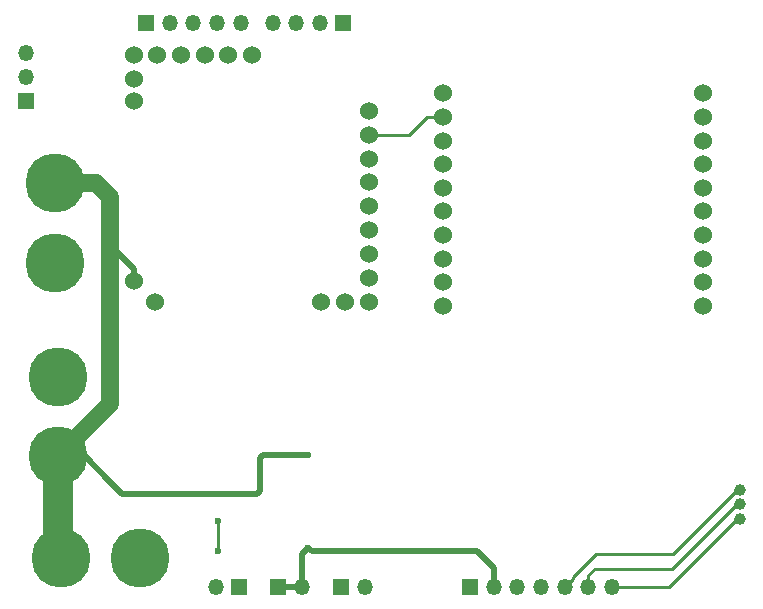
<source format=gbr>
G04 #@! TF.GenerationSoftware,KiCad,Pcbnew,5.0.0-rc3-unknown-3e22e5c~65~ubuntu16.04.1*
G04 #@! TF.CreationDate,2018-07-12T16:40:26-04:00*
G04 #@! TF.ProjectId,Phoenix_schema_ver3,50686F656E69785F736368656D615F76,rev?*
G04 #@! TF.SameCoordinates,Original*
G04 #@! TF.FileFunction,Copper,L2,Bot,Signal*
G04 #@! TF.FilePolarity,Positive*
%FSLAX46Y46*%
G04 Gerber Fmt 4.6, Leading zero omitted, Abs format (unit mm)*
G04 Created by KiCad (PCBNEW 5.0.0-rc3-unknown-3e22e5c~65~ubuntu16.04.1) date Thu Jul 12 16:40:26 2018*
%MOMM*%
%LPD*%
G01*
G04 APERTURE LIST*
G04 #@! TA.AperFunction,ComponentPad*
%ADD10C,1.524000*%
G04 #@! TD*
G04 #@! TA.AperFunction,ComponentPad*
%ADD11O,1.350000X1.350000*%
G04 #@! TD*
G04 #@! TA.AperFunction,ComponentPad*
%ADD12R,1.350000X1.350000*%
G04 #@! TD*
G04 #@! TA.AperFunction,ComponentPad*
%ADD13C,1.000000*%
G04 #@! TD*
G04 #@! TA.AperFunction,ComponentPad*
%ADD14C,5.000000*%
G04 #@! TD*
G04 #@! TA.AperFunction,ViaPad*
%ADD15C,0.600000*%
G04 #@! TD*
G04 #@! TA.AperFunction,Conductor*
%ADD16C,0.250000*%
G04 #@! TD*
G04 #@! TA.AperFunction,Conductor*
%ADD17C,0.500000*%
G04 #@! TD*
G04 #@! TA.AperFunction,Conductor*
%ADD18C,2.500000*%
G04 #@! TD*
G04 #@! TA.AperFunction,Conductor*
%ADD19C,1.500000*%
G04 #@! TD*
G04 APERTURE END LIST*
D10*
G04 #@! TO.P,ELKA,D*
G04 #@! TO.N,Net-(E1-PadD)*
X133170477Y-85667204D03*
G04 #@! TO.P,ELKA,C*
G04 #@! TO.N,Net-(E1-PadC)*
X133170477Y-83667204D03*
G04 #@! TO.P,ELKA,B*
G04 #@! TO.N,Net-(E1-PadB)*
X133170477Y-81667204D03*
G04 #@! TO.P,ELKA,A*
G04 #@! TO.N,Net-(E1-PadA)*
X133170477Y-79667204D03*
G04 #@! TO.P,ELKA,12*
G04 #@! TO.N,Net-(E1-Pad12)*
X115011200Y-95834200D03*
G04 #@! TO.P,ELKA,11*
G04 #@! TO.N,Net-(E1-Pad11)*
X113233200Y-94056200D03*
G04 #@! TO.P,ELKA,E*
G04 #@! TO.N,Net-(E1-PadE)*
X133172200Y-87706200D03*
G04 #@! TO.P,ELKA,F*
G04 #@! TO.N,Net-(E1-PadF)*
X133172200Y-89738200D03*
G04 #@! TO.P,ELKA,G*
G04 #@! TO.N,Net-(E1-PadG)*
X133172200Y-91770200D03*
G04 #@! TO.P,ELKA,H*
G04 #@! TO.N,Net-(E1-PadH)*
X133172200Y-93802200D03*
G04 #@! TO.P,ELKA,10*
G04 #@! TO.N,Net-(E1-Pad10)*
X129108200Y-95834200D03*
G04 #@! TO.P,ELKA,9*
G04 #@! TO.N,Net-(E1-Pad9)*
X131140200Y-95834200D03*
G04 #@! TO.P,ELKA,I*
G04 #@! TO.N,Net-(E1-PadI)*
X133172200Y-95834200D03*
G04 #@! TO.P,ELKA,1*
G04 #@! TO.N,Net-(E1-Pad1)*
X113233200Y-78816200D03*
G04 #@! TO.P,ELKA,2*
G04 #@! TO.N,Net-(E1-Pad2)*
X113233200Y-76911200D03*
G04 #@! TO.P,ELKA,8*
G04 #@! TO.N,Net-(E1-Pad8)*
X123259200Y-74863200D03*
G04 #@! TO.P,ELKA,7*
G04 #@! TO.N,Net-(E1-Pad7)*
X121259200Y-74863200D03*
G04 #@! TO.P,ELKA,6*
G04 #@! TO.N,Net-(E1-Pad6)*
X119259200Y-74863200D03*
G04 #@! TO.P,ELKA,5*
G04 #@! TO.N,Net-(E1-Pad5)*
X117259200Y-74863200D03*
G04 #@! TO.P,ELKA,4*
G04 #@! TO.N,Net-(E1-Pad4)*
X115259200Y-74863200D03*
G04 #@! TO.P,ELKA,3*
G04 #@! TO.N,Net-(E1-Pad3)*
X113233200Y-74879200D03*
G04 #@! TD*
G04 #@! TO.P,Zigbee,1*
G04 #@! TO.N,Net-(E1-PadC)*
X139446000Y-78130400D03*
G04 #@! TO.P,Zigbee,2*
G04 #@! TO.N,Net-(E1-PadB)*
X139430000Y-80131000D03*
G04 #@! TO.P,Zigbee,3*
G04 #@! TO.N,Net-(E1-PadA)*
X139430000Y-82131000D03*
G04 #@! TO.P,Zigbee,4*
G04 #@! TO.N,Net-(U1-Pad4)*
X139430000Y-84131000D03*
G04 #@! TO.P,Zigbee,5*
G04 #@! TO.N,Net-(U1-Pad5)*
X139430000Y-86131000D03*
G04 #@! TO.P,Zigbee,6*
G04 #@! TO.N,Net-(U1-Pad6)*
X139430000Y-88131000D03*
G04 #@! TO.P,Zigbee,7*
G04 #@! TO.N,Net-(U1-Pad7)*
X139430000Y-90131000D03*
G04 #@! TO.P,Zigbee,8*
G04 #@! TO.N,Net-(U1-Pad8)*
X139430000Y-92131000D03*
G04 #@! TO.P,Zigbee,9*
G04 #@! TO.N,Net-(U1-Pad9)*
X139430000Y-94131000D03*
G04 #@! TO.P,Zigbee,10*
G04 #@! TO.N,Net-(E1-PadD)*
X139430000Y-96131000D03*
G04 #@! TO.P,Zigbee,20*
G04 #@! TO.N,Net-(U1-Pad20)*
X161442400Y-78079600D03*
G04 #@! TO.P,Zigbee,19*
G04 #@! TO.N,Net-(U1-Pad19)*
X161430000Y-80131000D03*
G04 #@! TO.P,Zigbee,18*
G04 #@! TO.N,Net-(U1-Pad18)*
X161430000Y-82131000D03*
G04 #@! TO.P,Zigbee,17*
G04 #@! TO.N,Net-(U1-Pad17)*
X161430000Y-84131000D03*
G04 #@! TO.P,Zigbee,16*
G04 #@! TO.N,Net-(U1-Pad16)*
X161430000Y-86131000D03*
G04 #@! TO.P,Zigbee,15*
G04 #@! TO.N,Net-(U1-Pad15)*
X161430000Y-88131000D03*
G04 #@! TO.P,Zigbee,14*
G04 #@! TO.N,Net-(U1-Pad14)*
X161430000Y-90131000D03*
G04 #@! TO.P,Zigbee,13*
G04 #@! TO.N,Net-(U1-Pad13)*
X161430000Y-92131000D03*
G04 #@! TO.P,Zigbee,12*
G04 #@! TO.N,Net-(U1-Pad12)*
X161430000Y-94131000D03*
G04 #@! TO.P,Zigbee,11*
G04 #@! TO.N,Net-(U1-Pad11)*
X161430000Y-96131000D03*
G04 #@! TD*
D11*
G04 #@! TO.P,J9\002CJ15,5*
G04 #@! TO.N,Net-(J9\002CJ15-Pad5)*
X153732000Y-119888000D03*
G04 #@! TO.P,J9\002CJ15,4*
G04 #@! TO.N,Net-(J9\002CJ15-Pad4)*
X151732000Y-119888000D03*
G04 #@! TO.P,J9\002CJ15,3*
G04 #@! TO.N,Net-(J9\002CJ15-Pad3)*
X149732000Y-119888000D03*
G04 #@! TO.P,J9\002CJ15,6*
G04 #@! TO.N,Net-(E1-PadG)*
X147732000Y-119888000D03*
G04 #@! TO.P,J9\002CJ15,7*
G04 #@! TO.N,Net-(E1-PadH)*
X145732000Y-119888000D03*
G04 #@! TO.P,J9\002CJ15,2*
G04 #@! TO.N,Net-(E1-Pad11)*
X143732000Y-119888000D03*
D12*
G04 #@! TO.P,J9\002CJ15,1*
G04 #@! TO.N,Net-(J5-Pad1)*
X141732000Y-119888000D03*
G04 #@! TD*
D13*
G04 #@! TO.P,R1,3*
G04 #@! TO.N,Net-(J9\002CJ15-Pad5)*
X164541200Y-114144400D03*
G04 #@! TO.P,R1,2*
G04 #@! TO.N,Net-(J9\002CJ15-Pad4)*
X164541200Y-112928400D03*
G04 #@! TO.P,R1,1*
G04 #@! TO.N,Net-(J9\002CJ15-Pad3)*
X164541200Y-111712400D03*
G04 #@! TD*
D12*
G04 #@! TO.P,To ESCs,1*
G04 #@! TO.N,Net-(E1-Pad4)*
X114300000Y-72136000D03*
D11*
G04 #@! TO.P,To ESCs,2*
G04 #@! TO.N,Net-(E1-Pad5)*
X116300000Y-72136000D03*
G04 #@! TO.P,To ESCs,3*
G04 #@! TO.N,Net-(E1-Pad6)*
X118300000Y-72136000D03*
G04 #@! TO.P,To ESCs,4*
G04 #@! TO.N,Net-(E1-Pad7)*
X120300000Y-72136000D03*
G04 #@! TO.P,To ESCs,5*
G04 #@! TO.N,Net-(E1-Pad8)*
X122300000Y-72136000D03*
G04 #@! TD*
D14*
G04 #@! TO.P,To EScs,1*
G04 #@! TO.N,Net-(E1-Pad11)*
X106553000Y-85725000D03*
G04 #@! TO.P,To EScs,2*
G04 #@! TO.N,Net-(J1-Pad2)*
X106553000Y-92456000D03*
G04 #@! TD*
G04 #@! TO.P,J1,1*
G04 #@! TO.N,Net-(E1-Pad11)*
X106807000Y-108839000D03*
G04 #@! TO.P,J1,2*
G04 #@! TO.N,Net-(J1-Pad2)*
X106807000Y-102108000D03*
G04 #@! TD*
D12*
G04 #@! TO.P,J16,1*
G04 #@! TO.N,Net-(E1-PadC)*
X131000000Y-72136000D03*
D11*
G04 #@! TO.P,J16,2*
G04 #@! TO.N,Net-(E1-PadD)*
X129000000Y-72136000D03*
G04 #@! TO.P,J16,3*
G04 #@! TO.N,Net-(E1-PadE)*
X127000000Y-72136000D03*
G04 #@! TO.P,J16,4*
G04 #@! TO.N,Net-(E1-PadF)*
X125000000Y-72136000D03*
G04 #@! TD*
D12*
G04 #@! TO.P,J3,1*
G04 #@! TO.N,Net-(E1-Pad12)*
X122174000Y-119888000D03*
D11*
G04 #@! TO.P,J3,2*
X120174000Y-119888000D03*
G04 #@! TD*
D12*
G04 #@! TO.P,J4,1*
G04 #@! TO.N,Net-(E1-Pad11)*
X125476000Y-119888000D03*
D11*
G04 #@! TO.P,J4,2*
X127476000Y-119888000D03*
G04 #@! TD*
D12*
G04 #@! TO.P,J5,1*
G04 #@! TO.N,Net-(J5-Pad1)*
X130810000Y-119888000D03*
D11*
G04 #@! TO.P,J5,2*
X132810000Y-119888000D03*
G04 #@! TD*
D14*
G04 #@! TO.P,J6,1*
G04 #@! TO.N,Net-(E1-Pad11)*
X107061000Y-117475000D03*
G04 #@! TO.P,J6,2*
G04 #@! TO.N,Net-(J1-Pad2)*
X113792000Y-117475000D03*
G04 #@! TD*
D12*
G04 #@! TO.P,,1*
G04 #@! TO.N,Net-(E1-Pad1)*
X104140000Y-78740000D03*
D11*
G04 #@! TO.P,,2*
G04 #@! TO.N,Net-(E1-Pad2)*
X104140000Y-76740000D03*
G04 #@! TO.P,,3*
G04 #@! TO.N,Net-(E1-Pad3)*
X104140000Y-74740000D03*
G04 #@! TD*
D15*
G04 #@! TO.N,Net-(E1-Pad12)*
X120396000Y-114300000D03*
X120396000Y-116840000D03*
G04 #@! TO.N,Net-(E1-Pad11)*
X128016000Y-108712000D03*
X128016000Y-116586000D03*
X116840000Y-112014000D03*
G04 #@! TD*
D16*
G04 #@! TO.N,Net-(E1-PadB)*
X138055000Y-80131000D02*
X139430000Y-80131000D01*
X136518796Y-81667204D02*
X138055000Y-80131000D01*
X133170477Y-81667204D02*
X136518796Y-81667204D01*
G04 #@! TO.N,Net-(E1-Pad12)*
X120396000Y-114300000D02*
X120396000Y-116840000D01*
D17*
G04 #@! TO.N,Net-(E1-Pad11)*
X116840000Y-112014000D02*
X123698000Y-112014000D01*
X123698000Y-112014000D02*
X123952000Y-111760000D01*
X123952000Y-111760000D02*
X123952000Y-108966000D01*
X123952000Y-108966000D02*
X124206000Y-108712000D01*
X124206000Y-108712000D02*
X128016000Y-108712000D01*
X125476000Y-119888000D02*
X127476000Y-119888000D01*
X127476000Y-117126000D02*
X127476000Y-119888000D01*
X128016000Y-116586000D02*
X127476000Y-117126000D01*
D18*
X106807000Y-108839000D02*
X106807000Y-117221000D01*
D17*
X106807000Y-117221000D02*
X107061000Y-117475000D01*
X106807000Y-108839000D02*
X109093000Y-108839000D01*
X112268000Y-112014000D02*
X116840000Y-112014000D01*
X107315000Y-117221000D02*
X107061000Y-117475000D01*
X107188000Y-108458000D02*
X106807000Y-108839000D01*
X143732000Y-118332000D02*
X143732000Y-119888000D01*
X128016000Y-116586000D02*
X128315999Y-116885999D01*
X128315999Y-116885999D02*
X142285999Y-116885999D01*
X142285999Y-116885999D02*
X143732000Y-118332000D01*
D19*
X106553000Y-85725000D02*
X106553000Y-86802630D01*
D17*
X111252000Y-110998000D02*
X112268000Y-112014000D01*
X109093000Y-108839000D02*
X111252000Y-110998000D01*
D19*
X110088533Y-85725000D02*
X111252000Y-86888467D01*
X106553000Y-85725000D02*
X110088533Y-85725000D01*
X111252000Y-104394000D02*
X106807000Y-108839000D01*
D16*
X111252000Y-90997370D02*
X111252000Y-89408000D01*
D17*
X113233200Y-94056200D02*
X113233200Y-92978570D01*
X113233200Y-92978570D02*
X111252000Y-90997370D01*
D19*
X111252000Y-86888467D02*
X111252000Y-89408000D01*
X111252000Y-89408000D02*
X111252000Y-104394000D01*
D16*
G04 #@! TO.N,Net-(J9\002CJ15-Pad3)*
X150406999Y-119213001D02*
X150406999Y-119087001D01*
X149732000Y-119888000D02*
X150406999Y-119213001D01*
X150406999Y-119087001D02*
X152400000Y-117094000D01*
X158905600Y-117094000D02*
X164287200Y-111712400D01*
X152400000Y-117094000D02*
X158905600Y-117094000D01*
G04 #@! TO.N,Net-(J9\002CJ15-Pad4)*
X158851600Y-118364000D02*
X164287200Y-112928400D01*
X152301406Y-118364000D02*
X158851600Y-118364000D01*
X151732000Y-118933406D02*
X152301406Y-118364000D01*
X151732000Y-119888000D02*
X151732000Y-118933406D01*
G04 #@! TO.N,Net-(J9\002CJ15-Pad5)*
X158543600Y-119888000D02*
X164287200Y-114144400D01*
X153732000Y-119888000D02*
X158543600Y-119888000D01*
G04 #@! TD*
M02*

</source>
